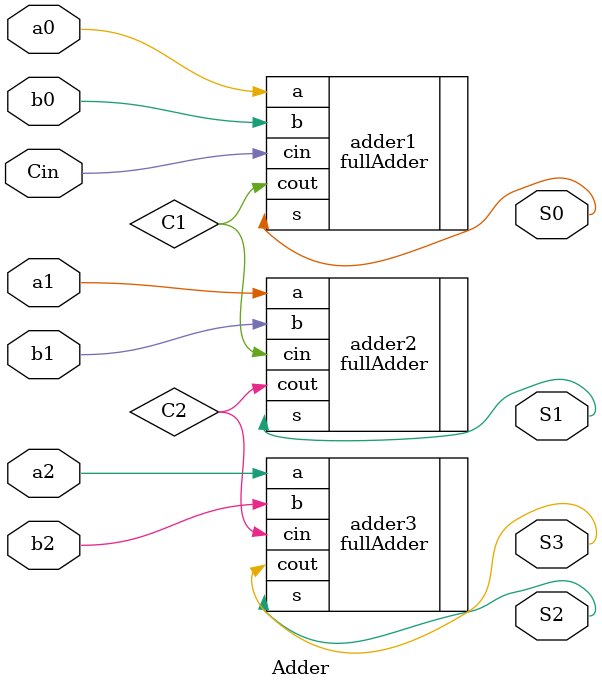
<source format=v>
`timescale 1ns / 1ps


module Adder(
    input Cin,
    input a0,
    input a1,
    input a2,
    input b0,
    input b1,
    input b2,
    output S3,
    output S2,
    output S1,
    output S0
    );
    wire C1, C2;
     // segConv segC (.n3(t3), .n2(t2), .n1(t1), .n0(t0));
    fullAdder adder1 (.a(a0), .b(b0), .cin(Cin), .cout(C1), .s(S0));
    fullAdder adder2 (.a(a1), .b(b1), .cin(C1), .cout(C2), .s(S1));
    fullAdder adder3 (.a(a2), .b(b2), .cin(C2), .cout(S3), .s(S2));
    
endmodule

</source>
